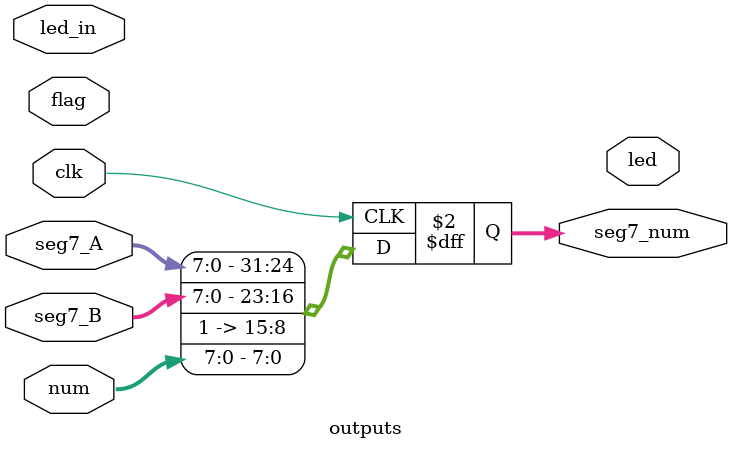
<source format=v>
module outputs(led_in,seg7_A,seg7_B,seg7_num,clk,num,led,flag);
	input clk;
	input [7:0]num;
	input [7:0]seg7_A;
	input [7:0]seg7_B;
	input [9:0]led_in;
	input [31:0] flag;
	output reg [31:0] seg7_num;
	output reg [9:0]led;
	always@(posedge clk) 
	begin
		seg7_num<=flag;
		seg7_num[31:24]<=seg7_A;
		seg7_num[23:16]<=seg7_B;
		seg7_num[15:8]<=8'b11111111;
		seg7_num[7:0]<=num;
	end
endmodule

</source>
